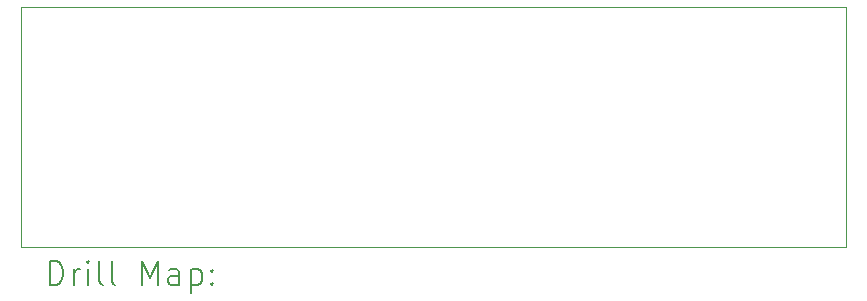
<source format=gbr>
%TF.GenerationSoftware,KiCad,Pcbnew,7.0.2-1.fc38*%
%TF.CreationDate,2023-06-01T20:37:20+02:00*%
%TF.ProjectId,laserhead-distance-sensor,6c617365-7268-4656-9164-2d6469737461,v1.0*%
%TF.SameCoordinates,Original*%
%TF.FileFunction,Drillmap*%
%TF.FilePolarity,Positive*%
%FSLAX45Y45*%
G04 Gerber Fmt 4.5, Leading zero omitted, Abs format (unit mm)*
G04 Created by KiCad (PCBNEW 7.0.2-1.fc38) date 2023-06-01 20:37:20*
%MOMM*%
%LPD*%
G01*
G04 APERTURE LIST*
%ADD10C,0.100000*%
%ADD11C,0.200000*%
G04 APERTURE END LIST*
D10*
X19558000Y-13970000D02*
X19558000Y-11938000D01*
X26543000Y-13970000D02*
X19558000Y-13970000D01*
X26543000Y-11938000D02*
X26543000Y-13970000D01*
X19558000Y-11938000D02*
X26543000Y-11938000D01*
D11*
X19800619Y-14287524D02*
X19800619Y-14087524D01*
X19800619Y-14087524D02*
X19848238Y-14087524D01*
X19848238Y-14087524D02*
X19876810Y-14097048D01*
X19876810Y-14097048D02*
X19895857Y-14116095D01*
X19895857Y-14116095D02*
X19905381Y-14135143D01*
X19905381Y-14135143D02*
X19914905Y-14173238D01*
X19914905Y-14173238D02*
X19914905Y-14201809D01*
X19914905Y-14201809D02*
X19905381Y-14239905D01*
X19905381Y-14239905D02*
X19895857Y-14258952D01*
X19895857Y-14258952D02*
X19876810Y-14278000D01*
X19876810Y-14278000D02*
X19848238Y-14287524D01*
X19848238Y-14287524D02*
X19800619Y-14287524D01*
X20000619Y-14287524D02*
X20000619Y-14154190D01*
X20000619Y-14192286D02*
X20010143Y-14173238D01*
X20010143Y-14173238D02*
X20019667Y-14163714D01*
X20019667Y-14163714D02*
X20038714Y-14154190D01*
X20038714Y-14154190D02*
X20057762Y-14154190D01*
X20124429Y-14287524D02*
X20124429Y-14154190D01*
X20124429Y-14087524D02*
X20114905Y-14097048D01*
X20114905Y-14097048D02*
X20124429Y-14106571D01*
X20124429Y-14106571D02*
X20133952Y-14097048D01*
X20133952Y-14097048D02*
X20124429Y-14087524D01*
X20124429Y-14087524D02*
X20124429Y-14106571D01*
X20248238Y-14287524D02*
X20229190Y-14278000D01*
X20229190Y-14278000D02*
X20219667Y-14258952D01*
X20219667Y-14258952D02*
X20219667Y-14087524D01*
X20353000Y-14287524D02*
X20333952Y-14278000D01*
X20333952Y-14278000D02*
X20324429Y-14258952D01*
X20324429Y-14258952D02*
X20324429Y-14087524D01*
X20581571Y-14287524D02*
X20581571Y-14087524D01*
X20581571Y-14087524D02*
X20648238Y-14230381D01*
X20648238Y-14230381D02*
X20714905Y-14087524D01*
X20714905Y-14087524D02*
X20714905Y-14287524D01*
X20895857Y-14287524D02*
X20895857Y-14182762D01*
X20895857Y-14182762D02*
X20886333Y-14163714D01*
X20886333Y-14163714D02*
X20867286Y-14154190D01*
X20867286Y-14154190D02*
X20829190Y-14154190D01*
X20829190Y-14154190D02*
X20810143Y-14163714D01*
X20895857Y-14278000D02*
X20876810Y-14287524D01*
X20876810Y-14287524D02*
X20829190Y-14287524D01*
X20829190Y-14287524D02*
X20810143Y-14278000D01*
X20810143Y-14278000D02*
X20800619Y-14258952D01*
X20800619Y-14258952D02*
X20800619Y-14239905D01*
X20800619Y-14239905D02*
X20810143Y-14220857D01*
X20810143Y-14220857D02*
X20829190Y-14211333D01*
X20829190Y-14211333D02*
X20876810Y-14211333D01*
X20876810Y-14211333D02*
X20895857Y-14201809D01*
X20991095Y-14154190D02*
X20991095Y-14354190D01*
X20991095Y-14163714D02*
X21010143Y-14154190D01*
X21010143Y-14154190D02*
X21048238Y-14154190D01*
X21048238Y-14154190D02*
X21067286Y-14163714D01*
X21067286Y-14163714D02*
X21076810Y-14173238D01*
X21076810Y-14173238D02*
X21086333Y-14192286D01*
X21086333Y-14192286D02*
X21086333Y-14249428D01*
X21086333Y-14249428D02*
X21076810Y-14268476D01*
X21076810Y-14268476D02*
X21067286Y-14278000D01*
X21067286Y-14278000D02*
X21048238Y-14287524D01*
X21048238Y-14287524D02*
X21010143Y-14287524D01*
X21010143Y-14287524D02*
X20991095Y-14278000D01*
X21172048Y-14268476D02*
X21181571Y-14278000D01*
X21181571Y-14278000D02*
X21172048Y-14287524D01*
X21172048Y-14287524D02*
X21162524Y-14278000D01*
X21162524Y-14278000D02*
X21172048Y-14268476D01*
X21172048Y-14268476D02*
X21172048Y-14287524D01*
X21172048Y-14163714D02*
X21181571Y-14173238D01*
X21181571Y-14173238D02*
X21172048Y-14182762D01*
X21172048Y-14182762D02*
X21162524Y-14173238D01*
X21162524Y-14173238D02*
X21172048Y-14163714D01*
X21172048Y-14163714D02*
X21172048Y-14182762D01*
M02*

</source>
